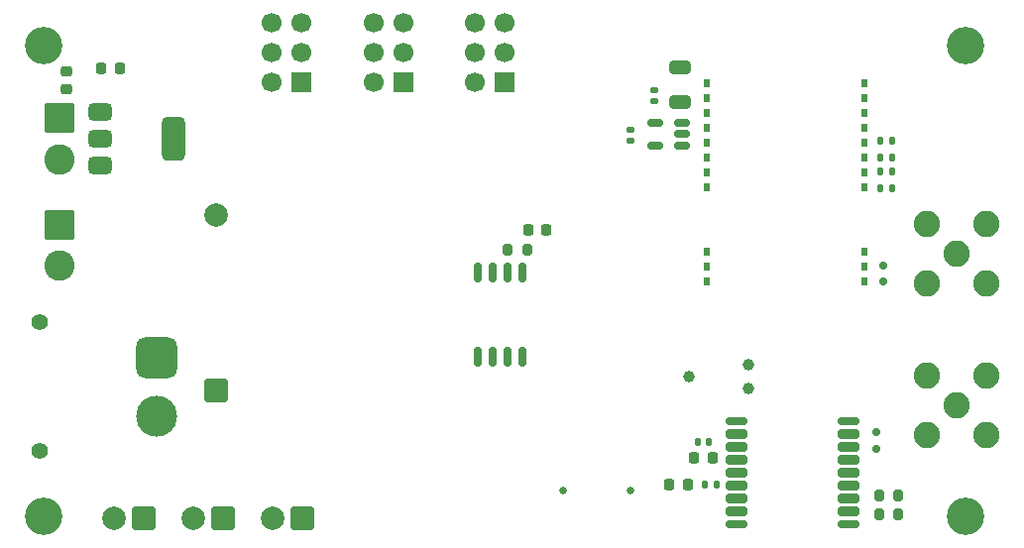
<source format=gbr>
%TF.GenerationSoftware,KiCad,Pcbnew,9.0.6*%
%TF.CreationDate,2026-01-10T10:28:34+02:00*%
%TF.ProjectId,flight_comp,666c6967-6874-45f6-936f-6d702e6b6963,rev?*%
%TF.SameCoordinates,Original*%
%TF.FileFunction,Soldermask,Bot*%
%TF.FilePolarity,Negative*%
%FSLAX46Y46*%
G04 Gerber Fmt 4.6, Leading zero omitted, Abs format (unit mm)*
G04 Created by KiCad (PCBNEW 9.0.6) date 2026-01-10 10:28:34*
%MOMM*%
%LPD*%
G01*
G04 APERTURE LIST*
G04 Aperture macros list*
%AMRoundRect*
0 Rectangle with rounded corners*
0 $1 Rounding radius*
0 $2 $3 $4 $5 $6 $7 $8 $9 X,Y pos of 4 corners*
0 Add a 4 corners polygon primitive as box body*
4,1,4,$2,$3,$4,$5,$6,$7,$8,$9,$2,$3,0*
0 Add four circle primitives for the rounded corners*
1,1,$1+$1,$2,$3*
1,1,$1+$1,$4,$5*
1,1,$1+$1,$6,$7*
1,1,$1+$1,$8,$9*
0 Add four rect primitives between the rounded corners*
20,1,$1+$1,$2,$3,$4,$5,0*
20,1,$1+$1,$4,$5,$6,$7,0*
20,1,$1+$1,$6,$7,$8,$9,0*
20,1,$1+$1,$8,$9,$2,$3,0*%
G04 Aperture macros list end*
%ADD10C,1.400000*%
%ADD11RoundRect,0.770000X0.980000X-0.980000X0.980000X0.980000X-0.980000X0.980000X-0.980000X-0.980000X0*%
%ADD12C,3.500000*%
%ADD13C,3.200000*%
%ADD14C,2.250000*%
%ADD15RoundRect,0.250000X-1.050000X1.050000X-1.050000X-1.050000X1.050000X-1.050000X1.050000X1.050000X0*%
%ADD16C,2.600000*%
%ADD17RoundRect,0.250000X0.750000X0.750000X-0.750000X0.750000X-0.750000X-0.750000X0.750000X-0.750000X0*%
%ADD18C,2.000000*%
%ADD19R,1.700000X1.700000*%
%ADD20C,1.700000*%
%ADD21C,0.990600*%
%ADD22C,0.650000*%
%ADD23RoundRect,0.162500X0.162500X-0.650000X0.162500X0.650000X-0.162500X0.650000X-0.162500X-0.650000X0*%
%ADD24RoundRect,0.135000X0.135000X0.185000X-0.135000X0.185000X-0.135000X-0.185000X0.135000X-0.185000X0*%
%ADD25R,0.500000X0.800000*%
%ADD26RoundRect,0.140000X0.170000X-0.140000X0.170000X0.140000X-0.170000X0.140000X-0.170000X-0.140000X0*%
%ADD27RoundRect,0.200000X0.200000X0.275000X-0.200000X0.275000X-0.200000X-0.275000X0.200000X-0.275000X0*%
%ADD28RoundRect,0.375000X-0.625000X-0.375000X0.625000X-0.375000X0.625000X0.375000X-0.625000X0.375000X0*%
%ADD29RoundRect,0.500000X-0.500000X-1.400000X0.500000X-1.400000X0.500000X1.400000X-0.500000X1.400000X0*%
%ADD30RoundRect,0.250000X-0.650000X0.325000X-0.650000X-0.325000X0.650000X-0.325000X0.650000X0.325000X0*%
%ADD31RoundRect,0.250000X0.750000X-0.750000X0.750000X0.750000X-0.750000X0.750000X-0.750000X-0.750000X0*%
%ADD32RoundRect,0.175000X-0.725000X-0.175000X0.725000X-0.175000X0.725000X0.175000X-0.725000X0.175000X0*%
%ADD33RoundRect,0.200000X-0.700000X-0.200000X0.700000X-0.200000X0.700000X0.200000X-0.700000X0.200000X0*%
%ADD34RoundRect,0.225000X0.250000X-0.225000X0.250000X0.225000X-0.250000X0.225000X-0.250000X-0.225000X0*%
%ADD35RoundRect,0.150000X-0.200000X0.150000X-0.200000X-0.150000X0.200000X-0.150000X0.200000X0.150000X0*%
%ADD36RoundRect,0.225000X0.225000X0.250000X-0.225000X0.250000X-0.225000X-0.250000X0.225000X-0.250000X0*%
%ADD37RoundRect,0.150000X0.512500X0.150000X-0.512500X0.150000X-0.512500X-0.150000X0.512500X-0.150000X0*%
%ADD38RoundRect,0.135000X-0.135000X-0.185000X0.135000X-0.185000X0.135000X0.185000X-0.135000X0.185000X0*%
%ADD39RoundRect,0.200000X-0.200000X-0.275000X0.200000X-0.275000X0.200000X0.275000X-0.200000X0.275000X0*%
%ADD40RoundRect,0.225000X-0.225000X-0.250000X0.225000X-0.250000X0.225000X0.250000X-0.225000X0.250000X0*%
%ADD41RoundRect,0.140000X0.140000X0.170000X-0.140000X0.170000X-0.140000X-0.170000X0.140000X-0.170000X0*%
%ADD42RoundRect,0.140000X-0.170000X0.140000X-0.170000X-0.140000X0.170000X-0.140000X0.170000X0.140000X0*%
%ADD43RoundRect,0.218750X-0.218750X-0.256250X0.218750X-0.256250X0.218750X0.256250X-0.218750X0.256250X0*%
G04 APERTURE END LIST*
D10*
%TO.C,J3*%
X77875000Y-120300000D03*
X77875000Y-109300000D03*
D11*
X87875000Y-112300000D03*
D12*
X87875000Y-117300000D03*
%TD*%
D13*
%TO.C,H1*%
X78200000Y-125850000D03*
%TD*%
D14*
%TO.C,J1*%
X156200000Y-103390000D03*
X158740000Y-100850000D03*
X153660000Y-100850000D03*
X158740000Y-105930000D03*
X153660000Y-105930000D03*
%TD*%
D15*
%TO.C,J5*%
X79592500Y-91850000D03*
D16*
X79592500Y-95350000D03*
%TD*%
D17*
%TO.C,J13*%
X86825000Y-126000000D03*
D18*
X84285000Y-126000000D03*
%TD*%
D14*
%TO.C,J12*%
X156240000Y-116390000D03*
X158780000Y-113850000D03*
X153700000Y-113850000D03*
X158780000Y-118930000D03*
X153700000Y-118930000D03*
%TD*%
D17*
%TO.C,J11*%
X93600000Y-126000000D03*
D18*
X91060000Y-126000000D03*
%TD*%
D15*
%TO.C,J6*%
X79592500Y-100950000D03*
D16*
X79592500Y-104450000D03*
%TD*%
D13*
%TO.C,H2*%
X78200000Y-85600000D03*
%TD*%
D19*
%TO.C,J9*%
X100275000Y-88740000D03*
D20*
X97735000Y-88740000D03*
X100275000Y-86200000D03*
X97735000Y-86200000D03*
X100275000Y-83660000D03*
X97735000Y-83660000D03*
%TD*%
D21*
%TO.C,J2*%
X133335000Y-113940000D03*
X138415000Y-112924000D03*
X138415000Y-114956000D03*
%TD*%
D13*
%TO.C,H4*%
X156950000Y-125850000D03*
%TD*%
D19*
%TO.C,J8*%
X108950000Y-88740000D03*
D20*
X106410000Y-88740000D03*
X108950000Y-86200000D03*
X106410000Y-86200000D03*
X108950000Y-83660000D03*
X106410000Y-83660000D03*
%TD*%
D17*
%TO.C,J10*%
X100340000Y-126000000D03*
D18*
X97800000Y-126000000D03*
%TD*%
D19*
%TO.C,J7*%
X117625000Y-88740000D03*
D20*
X115085000Y-88740000D03*
X117625000Y-86200000D03*
X115085000Y-86200000D03*
X117625000Y-83660000D03*
X115085000Y-83660000D03*
%TD*%
D22*
%TO.C,J4*%
X122585000Y-123620000D03*
X128365000Y-123620000D03*
%TD*%
D13*
%TO.C,H3*%
X156950000Y-85600000D03*
%TD*%
D23*
%TO.C,U4*%
X119105000Y-112187500D03*
X117835000Y-112187500D03*
X116565000Y-112187500D03*
X115295000Y-112187500D03*
X115295000Y-105012500D03*
X116565000Y-105012500D03*
X117835000Y-105012500D03*
X119105000Y-105012500D03*
%TD*%
D24*
%TO.C,R4*%
X150710000Y-97800000D03*
X149690000Y-97800000D03*
%TD*%
D25*
%TO.C,E22-400M22S2*%
X134866750Y-105820095D03*
X134866750Y-104550095D03*
X134866750Y-103280095D03*
X134866750Y-97710095D03*
X134866750Y-96440095D03*
X134866750Y-95170095D03*
X134866750Y-93900095D03*
X134866750Y-92630095D03*
X134866750Y-91360095D03*
X134866750Y-90090095D03*
X134866750Y-88820095D03*
X148366750Y-88820095D03*
X148366750Y-90090095D03*
X148366750Y-91360095D03*
X148366750Y-92630095D03*
X148366750Y-93900095D03*
X148366750Y-95170095D03*
X148366750Y-96440095D03*
X148366750Y-97710095D03*
X148366750Y-103280095D03*
X148366750Y-104550095D03*
X148366750Y-105820095D03*
%TD*%
D26*
%TO.C,C3*%
X128400000Y-93800000D03*
X128400000Y-92840000D03*
%TD*%
D27*
%TO.C,R26*%
X151225000Y-124100000D03*
X149575000Y-124100000D03*
%TD*%
D28*
%TO.C,U7*%
X83050000Y-95900000D03*
X83050000Y-93600000D03*
D29*
X89350000Y-93600000D03*
D28*
X83050000Y-91300000D03*
%TD*%
D24*
%TO.C,R1*%
X150710000Y-93800000D03*
X149690000Y-93800000D03*
%TD*%
D30*
%TO.C,C5*%
X132600000Y-87525000D03*
X132600000Y-90475000D03*
%TD*%
D31*
%TO.C,C25*%
X92970000Y-115120000D03*
D18*
X92970000Y-100120000D03*
%TD*%
D32*
%TO.C,U2*%
X137450000Y-126500000D03*
D33*
X137450000Y-125400000D03*
X137450000Y-124300000D03*
X137450000Y-123200000D03*
X137450000Y-122100000D03*
X137450000Y-121000000D03*
X137450000Y-119900000D03*
X137450000Y-118800000D03*
D32*
X137450000Y-117700000D03*
X146950000Y-117700000D03*
D33*
X146950000Y-118800000D03*
X146950000Y-119900000D03*
X146950000Y-121000000D03*
X146950000Y-122100000D03*
X146950000Y-123200000D03*
X146950000Y-124300000D03*
X146950000Y-125400000D03*
D32*
X146950000Y-126500000D03*
%TD*%
D34*
%TO.C,C18*%
X80200000Y-89375000D03*
X80200000Y-87825000D03*
%TD*%
D35*
%TO.C,D2*%
X149950000Y-105800000D03*
X149950000Y-104400000D03*
%TD*%
D36*
%TO.C,C42*%
X135375000Y-120900000D03*
X133825000Y-120900000D03*
%TD*%
D37*
%TO.C,U3*%
X132737500Y-92250000D03*
X132737500Y-93200000D03*
X132737500Y-94150000D03*
X130462500Y-94150000D03*
X130462500Y-92250000D03*
%TD*%
D35*
%TO.C,D5*%
X149400000Y-120100000D03*
X149400000Y-118700000D03*
%TD*%
D38*
%TO.C,R48*%
X134690000Y-123150000D03*
X135710000Y-123150000D03*
%TD*%
D39*
%TO.C,R7*%
X117900000Y-103050000D03*
X119550000Y-103050000D03*
%TD*%
D24*
%TO.C,R2*%
X150710000Y-95200000D03*
X149690000Y-95200000D03*
%TD*%
D40*
%TO.C,C10*%
X119625000Y-101400000D03*
X121175000Y-101400000D03*
%TD*%
D24*
%TO.C,R3*%
X150710000Y-96400000D03*
X149690000Y-96400000D03*
%TD*%
D41*
%TO.C,C41*%
X135080000Y-119500000D03*
X134120000Y-119500000D03*
%TD*%
D42*
%TO.C,C4*%
X130400000Y-89440000D03*
X130400000Y-90400000D03*
%TD*%
D43*
%TO.C,TX4*%
X131662500Y-123150000D03*
X133237500Y-123150000D03*
%TD*%
D36*
%TO.C,C19*%
X84725000Y-87600000D03*
X83175000Y-87600000D03*
%TD*%
D27*
%TO.C,R27*%
X151225000Y-125700000D03*
X149575000Y-125700000D03*
%TD*%
M02*

</source>
